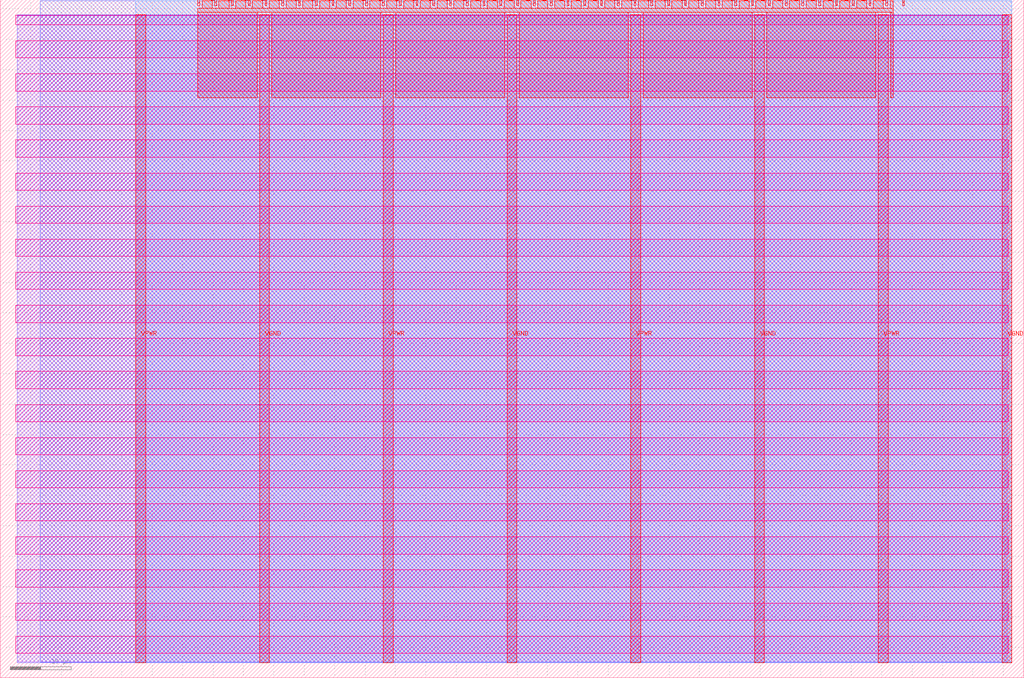
<source format=lef>
VERSION 5.7 ;
  NOWIREEXTENSIONATPIN ON ;
  DIVIDERCHAR "/" ;
  BUSBITCHARS "[]" ;
MACRO tt_um_wokwi_377426511818305537_dup
  CLASS BLOCK ;
  FOREIGN tt_um_wokwi_377426511818305537_dup ;
  ORIGIN 0.000 0.000 ;
  SIZE 168.360 BY 111.520 ;
  PIN VGND
    DIRECTION INOUT ;
    USE GROUND ;
    PORT
      LAYER met4 ;
        RECT 42.670 2.480 44.270 109.040 ;
    END
    PORT
      LAYER met4 ;
        RECT 83.380 2.480 84.980 109.040 ;
    END
    PORT
      LAYER met4 ;
        RECT 124.090 2.480 125.690 109.040 ;
    END
    PORT
      LAYER met4 ;
        RECT 164.800 2.480 166.400 109.040 ;
    END
  END VGND
  PIN VPWR
    DIRECTION INOUT ;
    USE POWER ;
    PORT
      LAYER met4 ;
        RECT 22.315 2.480 23.915 109.040 ;
    END
    PORT
      LAYER met4 ;
        RECT 63.025 2.480 64.625 109.040 ;
    END
    PORT
      LAYER met4 ;
        RECT 103.735 2.480 105.335 109.040 ;
    END
    PORT
      LAYER met4 ;
        RECT 144.445 2.480 146.045 109.040 ;
    END
  END VPWR
  PIN clk
    DIRECTION INPUT ;
    USE SIGNAL ;
    ANTENNAGATEAREA 0.126000 ;
    PORT
      LAYER met4 ;
        RECT 145.670 110.520 145.970 111.520 ;
    END
  END clk
  PIN ena
    DIRECTION INPUT ;
    USE SIGNAL ;
    PORT
      LAYER met4 ;
        RECT 148.430 110.520 148.730 111.520 ;
    END
  END ena
  PIN rst_n
    DIRECTION INPUT ;
    USE SIGNAL ;
    ANTENNAGATEAREA 0.126000 ;
    PORT
      LAYER met4 ;
        RECT 142.910 110.520 143.210 111.520 ;
    END
  END rst_n
  PIN ui_in[0]
    DIRECTION INPUT ;
    USE SIGNAL ;
    ANTENNAGATEAREA 0.196500 ;
    PORT
      LAYER met4 ;
        RECT 140.150 110.520 140.450 111.520 ;
    END
  END ui_in[0]
  PIN ui_in[1]
    DIRECTION INPUT ;
    USE SIGNAL ;
    ANTENNAGATEAREA 0.196500 ;
    PORT
      LAYER met4 ;
        RECT 137.390 110.520 137.690 111.520 ;
    END
  END ui_in[1]
  PIN ui_in[2]
    DIRECTION INPUT ;
    USE SIGNAL ;
    ANTENNAGATEAREA 0.126000 ;
    PORT
      LAYER met4 ;
        RECT 134.630 110.520 134.930 111.520 ;
    END
  END ui_in[2]
  PIN ui_in[3]
    DIRECTION INPUT ;
    USE SIGNAL ;
    ANTENNAGATEAREA 0.196500 ;
    PORT
      LAYER met4 ;
        RECT 131.870 110.520 132.170 111.520 ;
    END
  END ui_in[3]
  PIN ui_in[4]
    DIRECTION INPUT ;
    USE SIGNAL ;
    ANTENNAGATEAREA 0.196500 ;
    PORT
      LAYER met4 ;
        RECT 129.110 110.520 129.410 111.520 ;
    END
  END ui_in[4]
  PIN ui_in[5]
    DIRECTION INPUT ;
    USE SIGNAL ;
    PORT
      LAYER met4 ;
        RECT 126.350 110.520 126.650 111.520 ;
    END
  END ui_in[5]
  PIN ui_in[6]
    DIRECTION INPUT ;
    USE SIGNAL ;
    PORT
      LAYER met4 ;
        RECT 123.590 110.520 123.890 111.520 ;
    END
  END ui_in[6]
  PIN ui_in[7]
    DIRECTION INPUT ;
    USE SIGNAL ;
    ANTENNAGATEAREA 0.213000 ;
    PORT
      LAYER met4 ;
        RECT 120.830 110.520 121.130 111.520 ;
    END
  END ui_in[7]
  PIN uio_in[0]
    DIRECTION INPUT ;
    USE SIGNAL ;
    PORT
      LAYER met4 ;
        RECT 118.070 110.520 118.370 111.520 ;
    END
  END uio_in[0]
  PIN uio_in[1]
    DIRECTION INPUT ;
    USE SIGNAL ;
    PORT
      LAYER met4 ;
        RECT 115.310 110.520 115.610 111.520 ;
    END
  END uio_in[1]
  PIN uio_in[2]
    DIRECTION INPUT ;
    USE SIGNAL ;
    PORT
      LAYER met4 ;
        RECT 112.550 110.520 112.850 111.520 ;
    END
  END uio_in[2]
  PIN uio_in[3]
    DIRECTION INPUT ;
    USE SIGNAL ;
    PORT
      LAYER met4 ;
        RECT 109.790 110.520 110.090 111.520 ;
    END
  END uio_in[3]
  PIN uio_in[4]
    DIRECTION INPUT ;
    USE SIGNAL ;
    PORT
      LAYER met4 ;
        RECT 107.030 110.520 107.330 111.520 ;
    END
  END uio_in[4]
  PIN uio_in[5]
    DIRECTION INPUT ;
    USE SIGNAL ;
    PORT
      LAYER met4 ;
        RECT 104.270 110.520 104.570 111.520 ;
    END
  END uio_in[5]
  PIN uio_in[6]
    DIRECTION INPUT ;
    USE SIGNAL ;
    PORT
      LAYER met4 ;
        RECT 101.510 110.520 101.810 111.520 ;
    END
  END uio_in[6]
  PIN uio_in[7]
    DIRECTION INPUT ;
    USE SIGNAL ;
    PORT
      LAYER met4 ;
        RECT 98.750 110.520 99.050 111.520 ;
    END
  END uio_in[7]
  PIN uio_oe[0]
    DIRECTION OUTPUT TRISTATE ;
    USE SIGNAL ;
    PORT
      LAYER met4 ;
        RECT 51.830 110.520 52.130 111.520 ;
    END
  END uio_oe[0]
  PIN uio_oe[1]
    DIRECTION OUTPUT TRISTATE ;
    USE SIGNAL ;
    PORT
      LAYER met4 ;
        RECT 49.070 110.520 49.370 111.520 ;
    END
  END uio_oe[1]
  PIN uio_oe[2]
    DIRECTION OUTPUT TRISTATE ;
    USE SIGNAL ;
    PORT
      LAYER met4 ;
        RECT 46.310 110.520 46.610 111.520 ;
    END
  END uio_oe[2]
  PIN uio_oe[3]
    DIRECTION OUTPUT TRISTATE ;
    USE SIGNAL ;
    PORT
      LAYER met4 ;
        RECT 43.550 110.520 43.850 111.520 ;
    END
  END uio_oe[3]
  PIN uio_oe[4]
    DIRECTION OUTPUT TRISTATE ;
    USE SIGNAL ;
    PORT
      LAYER met4 ;
        RECT 40.790 110.520 41.090 111.520 ;
    END
  END uio_oe[4]
  PIN uio_oe[5]
    DIRECTION OUTPUT TRISTATE ;
    USE SIGNAL ;
    PORT
      LAYER met4 ;
        RECT 38.030 110.520 38.330 111.520 ;
    END
  END uio_oe[5]
  PIN uio_oe[6]
    DIRECTION OUTPUT TRISTATE ;
    USE SIGNAL ;
    PORT
      LAYER met4 ;
        RECT 35.270 110.520 35.570 111.520 ;
    END
  END uio_oe[6]
  PIN uio_oe[7]
    DIRECTION OUTPUT TRISTATE ;
    USE SIGNAL ;
    PORT
      LAYER met4 ;
        RECT 32.510 110.520 32.810 111.520 ;
    END
  END uio_oe[7]
  PIN uio_out[0]
    DIRECTION OUTPUT TRISTATE ;
    USE SIGNAL ;
    ANTENNADIFFAREA 0.795200 ;
    PORT
      LAYER met4 ;
        RECT 73.910 110.520 74.210 111.520 ;
    END
  END uio_out[0]
  PIN uio_out[1]
    DIRECTION OUTPUT TRISTATE ;
    USE SIGNAL ;
    ANTENNADIFFAREA 0.445500 ;
    PORT
      LAYER met4 ;
        RECT 71.150 110.520 71.450 111.520 ;
    END
  END uio_out[1]
  PIN uio_out[2]
    DIRECTION OUTPUT TRISTATE ;
    USE SIGNAL ;
    ANTENNADIFFAREA 0.795200 ;
    PORT
      LAYER met4 ;
        RECT 68.390 110.520 68.690 111.520 ;
    END
  END uio_out[2]
  PIN uio_out[3]
    DIRECTION OUTPUT TRISTATE ;
    USE SIGNAL ;
    ANTENNADIFFAREA 0.445500 ;
    PORT
      LAYER met4 ;
        RECT 65.630 110.520 65.930 111.520 ;
    END
  END uio_out[3]
  PIN uio_out[4]
    DIRECTION OUTPUT TRISTATE ;
    USE SIGNAL ;
    ANTENNADIFFAREA 0.795200 ;
    PORT
      LAYER met4 ;
        RECT 62.870 110.520 63.170 111.520 ;
    END
  END uio_out[4]
  PIN uio_out[5]
    DIRECTION OUTPUT TRISTATE ;
    USE SIGNAL ;
    ANTENNADIFFAREA 0.795200 ;
    PORT
      LAYER met4 ;
        RECT 60.110 110.520 60.410 111.520 ;
    END
  END uio_out[5]
  PIN uio_out[6]
    DIRECTION OUTPUT TRISTATE ;
    USE SIGNAL ;
    ANTENNADIFFAREA 0.795200 ;
    PORT
      LAYER met4 ;
        RECT 57.350 110.520 57.650 111.520 ;
    END
  END uio_out[6]
  PIN uio_out[7]
    DIRECTION OUTPUT TRISTATE ;
    USE SIGNAL ;
    PORT
      LAYER met4 ;
        RECT 54.590 110.520 54.890 111.520 ;
    END
  END uio_out[7]
  PIN uo_out[0]
    DIRECTION OUTPUT TRISTATE ;
    USE SIGNAL ;
    ANTENNADIFFAREA 0.795200 ;
    PORT
      LAYER met4 ;
        RECT 95.990 110.520 96.290 111.520 ;
    END
  END uo_out[0]
  PIN uo_out[1]
    DIRECTION OUTPUT TRISTATE ;
    USE SIGNAL ;
    ANTENNADIFFAREA 0.445500 ;
    PORT
      LAYER met4 ;
        RECT 93.230 110.520 93.530 111.520 ;
    END
  END uo_out[1]
  PIN uo_out[2]
    DIRECTION OUTPUT TRISTATE ;
    USE SIGNAL ;
    ANTENNADIFFAREA 0.445500 ;
    PORT
      LAYER met4 ;
        RECT 90.470 110.520 90.770 111.520 ;
    END
  END uo_out[2]
  PIN uo_out[3]
    DIRECTION OUTPUT TRISTATE ;
    USE SIGNAL ;
    ANTENNADIFFAREA 0.795200 ;
    PORT
      LAYER met4 ;
        RECT 87.710 110.520 88.010 111.520 ;
    END
  END uo_out[3]
  PIN uo_out[4]
    DIRECTION OUTPUT TRISTATE ;
    USE SIGNAL ;
    ANTENNADIFFAREA 0.795200 ;
    PORT
      LAYER met4 ;
        RECT 84.950 110.520 85.250 111.520 ;
    END
  END uo_out[4]
  PIN uo_out[5]
    DIRECTION OUTPUT TRISTATE ;
    USE SIGNAL ;
    ANTENNADIFFAREA 0.795200 ;
    PORT
      LAYER met4 ;
        RECT 82.190 110.520 82.490 111.520 ;
    END
  END uo_out[5]
  PIN uo_out[6]
    DIRECTION OUTPUT TRISTATE ;
    USE SIGNAL ;
    ANTENNADIFFAREA 0.445500 ;
    PORT
      LAYER met4 ;
        RECT 79.430 110.520 79.730 111.520 ;
    END
  END uo_out[6]
  PIN uo_out[7]
    DIRECTION OUTPUT TRISTATE ;
    USE SIGNAL ;
    ANTENNADIFFAREA 0.891000 ;
    PORT
      LAYER met4 ;
        RECT 76.670 110.520 76.970 111.520 ;
    END
  END uo_out[7]
  OBS
      LAYER nwell ;
        RECT 2.570 107.385 165.790 108.990 ;
        RECT 2.570 101.945 165.790 104.775 ;
        RECT 2.570 96.505 165.790 99.335 ;
        RECT 2.570 91.065 165.790 93.895 ;
        RECT 2.570 85.625 165.790 88.455 ;
        RECT 2.570 80.185 165.790 83.015 ;
        RECT 2.570 74.745 165.790 77.575 ;
        RECT 2.570 69.305 165.790 72.135 ;
        RECT 2.570 63.865 165.790 66.695 ;
        RECT 2.570 58.425 165.790 61.255 ;
        RECT 2.570 52.985 165.790 55.815 ;
        RECT 2.570 47.545 165.790 50.375 ;
        RECT 2.570 42.105 165.790 44.935 ;
        RECT 2.570 36.665 165.790 39.495 ;
        RECT 2.570 31.225 165.790 34.055 ;
        RECT 2.570 25.785 165.790 28.615 ;
        RECT 2.570 20.345 165.790 23.175 ;
        RECT 2.570 14.905 165.790 17.735 ;
        RECT 2.570 9.465 165.790 12.295 ;
        RECT 2.570 4.025 165.790 6.855 ;
      LAYER li1 ;
        RECT 2.760 2.635 165.600 108.885 ;
      LAYER met1 ;
        RECT 2.760 2.480 166.400 109.040 ;
      LAYER met2 ;
        RECT 6.540 2.535 166.370 111.365 ;
      LAYER met3 ;
        RECT 22.325 2.555 166.390 111.345 ;
      LAYER met4 ;
        RECT 33.210 110.120 34.870 111.345 ;
        RECT 35.970 110.120 37.630 111.345 ;
        RECT 38.730 110.120 40.390 111.345 ;
        RECT 41.490 110.120 43.150 111.345 ;
        RECT 44.250 110.120 45.910 111.345 ;
        RECT 47.010 110.120 48.670 111.345 ;
        RECT 49.770 110.120 51.430 111.345 ;
        RECT 52.530 110.120 54.190 111.345 ;
        RECT 55.290 110.120 56.950 111.345 ;
        RECT 58.050 110.120 59.710 111.345 ;
        RECT 60.810 110.120 62.470 111.345 ;
        RECT 63.570 110.120 65.230 111.345 ;
        RECT 66.330 110.120 67.990 111.345 ;
        RECT 69.090 110.120 70.750 111.345 ;
        RECT 71.850 110.120 73.510 111.345 ;
        RECT 74.610 110.120 76.270 111.345 ;
        RECT 77.370 110.120 79.030 111.345 ;
        RECT 80.130 110.120 81.790 111.345 ;
        RECT 82.890 110.120 84.550 111.345 ;
        RECT 85.650 110.120 87.310 111.345 ;
        RECT 88.410 110.120 90.070 111.345 ;
        RECT 91.170 110.120 92.830 111.345 ;
        RECT 93.930 110.120 95.590 111.345 ;
        RECT 96.690 110.120 98.350 111.345 ;
        RECT 99.450 110.120 101.110 111.345 ;
        RECT 102.210 110.120 103.870 111.345 ;
        RECT 104.970 110.120 106.630 111.345 ;
        RECT 107.730 110.120 109.390 111.345 ;
        RECT 110.490 110.120 112.150 111.345 ;
        RECT 113.250 110.120 114.910 111.345 ;
        RECT 116.010 110.120 117.670 111.345 ;
        RECT 118.770 110.120 120.430 111.345 ;
        RECT 121.530 110.120 123.190 111.345 ;
        RECT 124.290 110.120 125.950 111.345 ;
        RECT 127.050 110.120 128.710 111.345 ;
        RECT 129.810 110.120 131.470 111.345 ;
        RECT 132.570 110.120 134.230 111.345 ;
        RECT 135.330 110.120 136.990 111.345 ;
        RECT 138.090 110.120 139.750 111.345 ;
        RECT 140.850 110.120 142.510 111.345 ;
        RECT 143.610 110.120 145.270 111.345 ;
        RECT 146.370 110.120 146.905 111.345 ;
        RECT 32.495 109.440 146.905 110.120 ;
        RECT 32.495 95.375 42.270 109.440 ;
        RECT 44.670 95.375 62.625 109.440 ;
        RECT 65.025 95.375 82.980 109.440 ;
        RECT 85.380 95.375 103.335 109.440 ;
        RECT 105.735 95.375 123.690 109.440 ;
        RECT 126.090 95.375 144.045 109.440 ;
        RECT 146.445 95.375 146.905 109.440 ;
  END
END tt_um_wokwi_377426511818305537_dup
END LIBRARY


</source>
